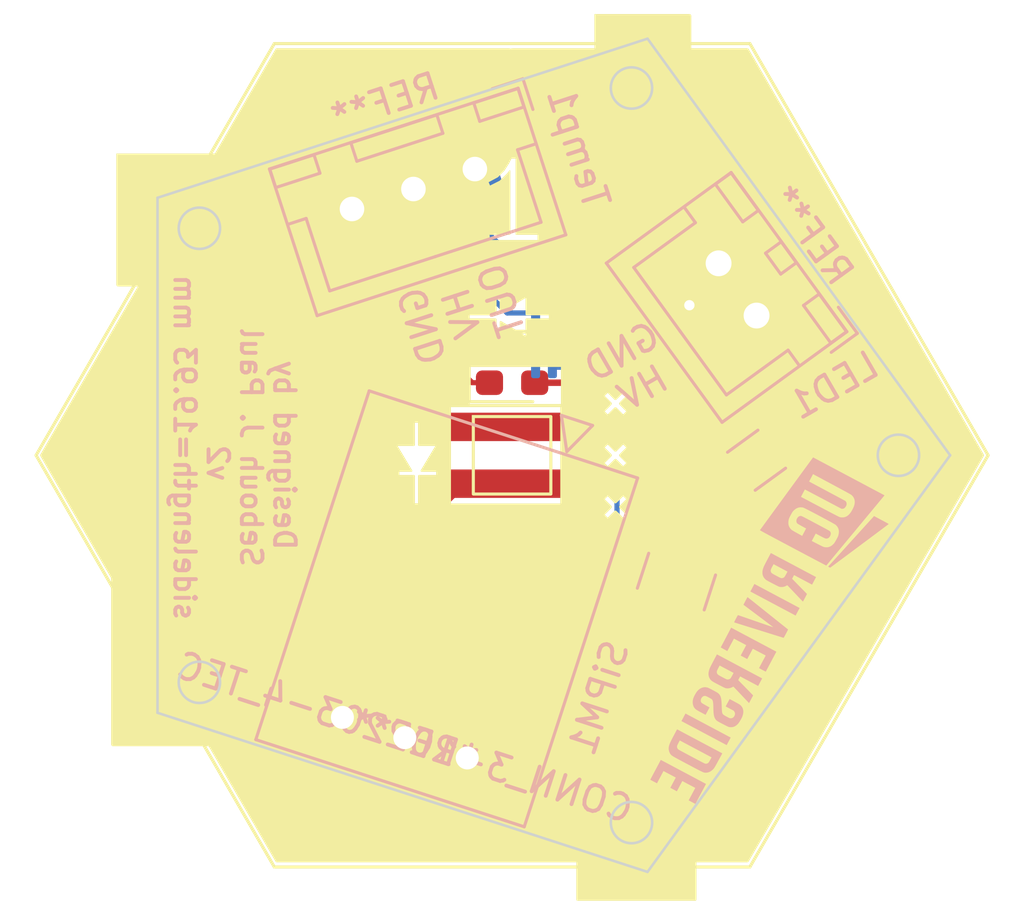
<source format=kicad_pcb>
(kicad_pcb (version 20211014) (generator pcbnew)
  (layers (0 "F.Cu" signal) (31 "B.Cu" signal) (34 "B.Paste" user) (35 "F.Paste" user) (36 "B.SilkS" user "B.Silkscreen") (37 "F.SilkS" user "F.Silkscreen") (38 "B.Mask" user) (39 "F.Mask" user) (44 "Edge.Cuts" user))
  (net 0 "")
  (footprint "Symbol:diode_direction_negative" (layer "F.Cu") (at 103.8 52.65)
    (fp_text reference "REF**" hide)
    (fp_text value "diode_direction_negative" hide)
    (fp_poly (pts (xy 1.4 0.05) (xy 1.4 -0.1) (xy 0.5 -0.1) (xy 0.5 -0.8) (xy -0.5 -0.2) (xy -0.5 -0.7) (xy -0.7 -0.7) (xy -0.7 -0.1) (xy -1.8 -0.1) (xy -1.8 0.1) (xy -0.7 0.1) (xy -0.7 0.8) (xy -0.5 0.8) (xy -0.5 0.2) (xy 0.5 0.8) (xy 0.5 0.1) (xy 2.5 0.1) (xy 2.5 1.9) (xy -1.9 1.9) (xy -1.9 -2) (xy 2.5 -2) (xy 2.5 0.075)) (layer "F.SilkS") (width 0.08) (fill solid))
  )
  (footprint "LED_SMD:LED_0603_1608Metric_Pad1.05x0.95mm_HandSolder" (layer "F.Cu") (at 103.74 55.2)
    (fp_text reference "REF**" (at 0 -1.43) (layer "F.SilkS"))
    (fp_text value "LED_0603_1608Metric_Pad1.05x0.95mm_HandSolder")
    (fp_line (start -1.66 -0.735) (end -1.66 0.735) (layer "F.SilkS") (width 0.12))
    (fp_line (start 0.8 -0.735) (end -1.66 -0.735) (layer "F.SilkS") (width 0.12))
    (fp_line (start -1.66 0.735) (end 0.8 0.735) (layer "F.SilkS") (width 0.12))
    (pad "1" smd roundrect (at -0.875 0) (size 1.05 0.95) (layers "F.Cu" "F.Paste" "F.Mask"))
    (pad "2" smd roundrect (at 0.875 0) (size 1.05 0.95) (layers "F.Cu" "F.Paste" "F.Mask"))
  )
  (footprint "SiPM:S14160-3015PS_copy" (layer "F.Cu") (at 103.74 58.01)
    (fp_text reference "REF**" hide)
    (fp_text value "S14160-3015PS")
    (fp_line (start -18.42 0) (end -9.2 -15.94) (layer "F.SilkS") (width 0.12))
    (fp_line (start 9.2 15.94) (end 18.42 0) (layer "F.SilkS") (width 0.12))
    (fp_line (start 1.925 -1.925) (end -2.425 -1.925) (layer "F.SilkS") (width 0.12))
    (fp_line (start -2.425 1.925) (end -2.425 -1.925) (layer "F.SilkS") (width 0.12))
    (fp_line (start -2.425 1.925) (end 1.925 1.925) (layer "F.SilkS") (width 0.12))
    (fp_line (start 18.42 0) (end 9.2 -15.94) (layer "F.SilkS") (width 0.12))
    (fp_line (start 1.925 -1.925) (end 1.925 1.925) (layer "F.SilkS") (width 0.12))
    (fp_line (start -9.2 -15.94) (end 9.2 -15.94) (layer "F.SilkS") (width 0.12))
    (fp_line (start -9.2 15.94) (end -18.42 0) (layer "F.SilkS") (width 0.12))
    (fp_line (start -9.2 15.94) (end 9.2 15.94) (layer "F.SilkS") (width 0.12))
    (fp_rect (start -1.5 -1.5) (end 1.5 1.5) (layer "F.SilkS") (width 0.12) (fill none))
    (fp_rect (start 4.6 -7.3) (end 1.95 -2.6) (layer "F.SilkS") (width 0.12) (fill solid))
    (fp_rect (start 4.6 0.6) (end 3.375 1.4) (layer "F.SilkS") (width 0.12) (fill solid))
    (fp_rect (start 1.1 2) (end 1.95 2.575) (layer "F.SilkS") (width 0.12) (fill solid))
    (fp_rect (start -1.7 -2) (end -2.425 -7.3) (layer "F.SilkS") (width 0.12) (fill solid))
    (fp_rect (start 3.375 2.575) (end 1.95 -2.6) (layer "F.SilkS") (width 0.12) (fill solid))
    (fp_rect (start 1.1 5.525) (end 4.6 2.575) (layer "F.SilkS") (width 0.12) (fill solid))
    (fp_rect (start -4.975 1.975) (end -1.1 5.325) (layer "F.SilkS") (width 0.12) (fill solid))
    (fp_rect (start -2.425 -8.1) (end 4.6 -7.3) (layer "F.SilkS") (width 0.12) (fill solid))
    (fp_rect (start -2.425 -1.925) (end -5 -12.1) (layer "F.SilkS") (width 0.12) (fill solid))
    (fp_rect (start 4.6 -0.625) (end 3.375 -1.4) (layer "F.SilkS") (width 0.12) (fill solid))
    (fp_poly (pts (xy -0.1 -12.1) (xy -5 -11.9) (xy -4.975 5.2) (xy 4.6 5.3) (xy 4.6 -8.1) (xy 1.9 -8.125) (xy 1.9 -12.1) (xy 0 -12.1) (xy 0 -15.7) (xy 9.1 -15.7) (xy 18.2 0) (xy 9.1 15.7) (xy -9.1 15.7) (xy -18.2 0) (xy -9.1 -15.7) (xy -0.1 -15.7)) (layer "F.SilkS") (width 0.12) (fill solid))
    (fp_poly (pts (xy 4.6 -1.4) (xy 3.7 -1.4) (xy 3.7 -1.5) (xy 4 -1.8) (xy 4.3 -1.5) (xy 4.5 -1.7) (xy 4.2 -2) (xy 4.5 -2.3) (xy 4.3 -2.5) (xy 4 -2.2) (xy 3.7 -2.5) (xy 3.5 -2.3) (xy 3.8 -2) (xy 3.5 -1.7) (xy 3.65 -1.55) (xy 3.675 -1.4) (xy 3.4 -1.4) (xy 3.4 -2.6) (xy 4.6 -2.6)) (layer "F.SilkS") (width 0.12) (fill solid))
    (fp_poly (pts (xy -3.65 -1.3) (xy -3.8 -1.3) (xy -3.8 -0.4) (xy -4.5 -0.4) (xy -3.9 0.6) (xy -4.4 0.6) (xy -4.4 0.8) (xy -3.8 0.8) (xy -3.8 1.9) (xy -3.6 1.9) (xy -3.6 0.8) (xy -2.9 0.8) (xy -2.9 0.6) (xy -3.5 0.6) (xy -2.9 -0.4) (xy -3.6 -0.4) (xy -3.6 -1.925) (xy -2.425 -1.925) (xy -2.425 2) (xy -5 2) (xy -5 -1.9) (xy -3.65 -1.9)) (layer "F.SilkS") (width 0.08) (fill solid))
    (fp_poly (pts (xy 4.6 0.6) (xy 3.7 0.6) (xy 3.7 0.5) (xy 4 0.2) (xy 4.3 0.5) (xy 4.5 0.3) (xy 4.2 0) (xy 4.5 -0.3) (xy 4.3 -0.5) (xy 4 -0.2) (xy 3.7 -0.5) (xy 3.5 -0.3) (xy 3.8 0) (xy 3.5 0.3) (xy 3.65 0.45) (xy 3.675 0.6) (xy 3.4 0.6) (xy 3.4 -0.6) (xy 4.6 -0.6)) (layer "F.SilkS") (width 0.12) (fill solid))
    (fp_poly (pts (xy 4.6 2.6) (xy 3.7 2.6) (xy 3.7 2.5) (xy 4 2.2) (xy 4.3 2.5) (xy 4.5 2.3) (xy 4.2 2) (xy 4.5 1.7) (xy 4.3 1.5) (xy 4 1.8) (xy 3.7 1.5) (xy 3.5 1.7) (xy 3.8 2) (xy 3.5 2.3) (xy 3.65 2.45) (xy 3.675 2.6) (xy 3.4 2.6) (xy 3.4 1.4) (xy 4.6 1.4)) (layer "F.SilkS") (width 0.12) (fill solid))
    (pad "1" smd rect (at -0.25 -1.1) (size 4.3 1.1) (layers "F.Cu" "F.Paste" "F.Mask"))
    (pad "2" smd rect (at -0.25 1.1) (size 4.3 1.1) (layers "F.Cu" "F.Paste" "F.Mask"))
  )
  (footprint "Sensor:LM94021QBIMG-NOPB" (layer "B.Cu") (at 105.3 53.5 180)
    (fp_text reference "REF**" hide)
    (fp_text value "LM94021QBIMG-NOPB")
    (pad "1" smd roundrect (at -0.65 -1.1 180) (size 0.35 0.85) (layers "B.Cu" "B.Paste" "B.Mask"))
    (pad "2" smd roundrect (at 0 -1.1 180) (size 0.35 0.85) (layers "B.Cu" "B.Paste" "B.Mask"))
    (pad "3" smd roundrect (at 0.65 -1.1 180) (size 0.35 0.85) (layers "B.Cu" "B.Paste" "B.Mask"))
    (pad "4" smd roundrect (at 0.65 1.1 180) (size 0.35 0.85) (layers "B.Cu" "B.Paste" "B.Mask"))
    (pad "5" smd roundrect (at -0.65 1.1 180) (size 0.35 0.85) (layers "B.Cu" "B.Paste" "B.Mask"))
  )
  (footprint "Connector_JST:JST_XH_B3B-XH-A_1x03_P2.50mm_Vertical" (layer "B.Cu") (at 102.3 46.928153 -162)
    (fp_text reference "REF**" (at 2.5 3.55 18) (layer "B.SilkS") (effects (justify mirror)))
    (fp_text value "JST_XH_B3B-XH-A_1x03_P2.50mm_Vertical")
    (fp_line (start -1.6 2.75) (end -2.85 2.75) (layer "B.SilkS") (width 0.12))
    (fp_line (start -2.55 2.45) (end -2.55 1.7) (layer "B.SilkS") (width 0.12))
    (fp_line (start 4.25 2.45) (end 0.75 2.45) (layer "B.SilkS") (width 0.12))
    (fp_line (start 4.25 1.7) (end 4.25 2.45) (layer "B.SilkS") (width 0.12))
    (fp_line (start 7.56 2.46) (end -2.56 2.46) (layer "B.SilkS") (width 0.12))
    (fp_line (start 7.55 1.7) (end 7.55 2.45) (layer "B.SilkS") (width 0.12))
    (fp_line (start 0.75 1.7) (end 4.25 1.7) (layer "B.SilkS") (width 0.12))
    (fp_line (start -1.8 -2.75) (end 2.5 -2.75) (layer "B.SilkS") (width 0.12))
    (fp_line (start 6.8 0.2) (end 6.8 -2.75) (layer "B.SilkS") (width 0.12))
    (fp_line (start 0.75 2.45) (end 0.75 1.7) (layer "B.SilkS") (width 0.12))
    (fp_line (start 5.75 1.7) (end 7.55 1.7) (layer "B.SilkS") (width 0.12))
    (fp_line (start 7.55 2.45) (end 5.75 2.45) (layer "B.SilkS") (width 0.12))
    (fp_line (start -1.8 0.2) (end -1.8 -2.75) (layer "B.SilkS") (width 0.12))
    (fp_line (start 5.75 2.45) (end 5.75 1.7) (layer "B.SilkS") (width 0.12))
    (fp_line (start 7.55 0.2) (end 6.8 0.2) (layer "B.SilkS") (width 0.12))
    (fp_line (start -2.55 1.7) (end -0.75 1.7) (layer "B.SilkS") (width 0.12))
    (fp_line (start -2.56 -3.51) (end 7.56 -3.51) (layer "B.SilkS") (width 0.12))
    (fp_line (start -2.85 2.75) (end -2.85 1.5) (layer "B.SilkS") (width 0.12))
    (fp_line (start -0.75 1.7) (end -0.75 2.45) (layer "B.SilkS") (width 0.12))
    (fp_line (start 6.8 -2.75) (end 2.5 -2.75) (layer "B.SilkS") (width 0.12))
    (fp_line (start -2.55 0.2) (end -1.8 0.2) (layer "B.SilkS") (width 0.12))
    (fp_line (start 7.56 -3.51) (end 7.56 2.46) (layer "B.SilkS") (width 0.12))
    (fp_line (start -2.56 2.46) (end -2.56 -3.51) (layer "B.SilkS") (width 0.12))
    (fp_line (start -0.75 2.45) (end -2.55 2.45) (layer "B.SilkS") (width 0.12))
    (pad "1" thru_hole roundrect (at 0 0 198) (size 1.7 1.95) (drill 0.95) (layers *.Cu *.Mask) (roundrect_rratio 0.1470588235))
    (pad "2" thru_hole oval (at 2.5 0 198) (size 1.7 1.95) (drill 0.95) (layers *.Cu *.Mask))
    (pad "3" thru_hole oval (at 5 0 198) (size 1.7 1.95) (drill 0.95) (layers *.Cu *.Mask))
  )
  (footprint "AMPMODU:3-102203-4" (layer "B.Cu") (at 102.005167 69.727811 162)
    (fp_text reference "REF**" (at 2.54 0 162) (layer "B.SilkS") (effects (justify mirror)))
    (fp_text value "CONN_3-102203-4_TEC" (at 2.54 0 162) (layer "B.SilkS") (effects (justify mirror)))
    (fp_text user "*" (at 0 0 162) (layer "B.SilkS") (effects (justify mirror)))
    (fp_line (start 0.635 13.7414) (end 0 12.4714) (layer "B.SilkS") (width 0.12))
    (fp_line (start 8.001 -1.8542) (end 8.001 12.3444) (layer "B.SilkS") (width 0.12))
    (fp_line (start 0 12.4714) (end -0.635 13.7414) (layer "B.SilkS") (width 0.12))
    (fp_line (start -2.921 -1.8542) (end 8.001 -1.8542) (layer "B.SilkS") (width 0.12))
    (fp_line (start -2.921 12.3444) (end -2.921 -1.8542) (layer "B.SilkS") (width 0.12))
    (fp_line (start 8.001 12.3444) (end -2.921 12.3444) (layer "B.SilkS") (width 0.12))
    (fp_line (start -0.635 13.7414) (end 0.635 13.7414) (layer "B.SilkS") (width 0.12))
    (pad "1" thru_hole rect locked (at 0 0 162) (size 1.397 1.397) (drill 0.889) (layers *.Cu *.Mask))
    (pad "2" thru_hole circle locked (at 2.54 0 162) (size 1.397 1.397) (drill 0.889) (layers *.Cu *.Mask))
    (pad "3" thru_hole circle locked (at 5.08 0 162) (size 1.397 1.397) (drill 0.889) (layers *.Cu *.Mask))
  )
  (footprint "Resistor_SMD:R_1206_3216Metric" (layer "B.Cu") (at 113.2 58.2 36)
    (fp_text reference "REF**" hide)
    (fp_text value "R_1206_3216Metric")
    (fp_line (start -0.727064 0.91) (end 0.727064 0.91) (layer "B.SilkS") (width 0.12))
    (fp_line (start -0.727064 -0.91) (end 0.727064 -0.91) (layer "B.SilkS") (width 0.12))
    (pad "1" smd roundrect (at -1.4625 0 36) (size 1.125 1.75) (layers "B.Cu" "B.Paste" "B.Mask") (roundrect_rratio 0.2222222222))
    (pad "2" smd roundrect (at 1.4625 0 36) (size 1.125 1.75) (layers "B.Cu" "B.Paste" "B.Mask") (roundrect_rratio 0.2222222222))
  )
  (footprint "Capacitor_SMD:C_1210_3225Metric" (layer "B.Cu") (at 110.1 62.9 72)
    (fp_text reference "REF**" hide)
    (fp_text value "C_1210_3225Metric")
    (fp_line (start -0.711252 -1.36) (end 0.711252 -1.36) (layer "B.SilkS") (width 0.12))
    (fp_line (start -0.711252 1.36) (end 0.711252 1.36) (layer "B.SilkS") (width 0.12))
    (pad "1" smd roundrect (at -1.475 0 72) (size 1.15 2.7) (layers "B.Cu" "B.Paste" "B.Mask") (roundrect_rratio 0.2173913043))
    (pad "2" smd roundrect (at 1.475 0 72) (size 1.15 2.7) (layers "B.Cu" "B.Paste" "B.Mask") (roundrect_rratio 0.2173913043))
  )
  (footprint "Connector_JST:JST_XH_B2B-XH-A_1x02_P2.50mm_Vertical" (layer "B.Cu") (at 113.2 52.6 126)
    (fp_text reference "REF**" (at 1.25 3.55 126) (layer "B.SilkS") (effects (justify mirror)))
    (fp_text value "JST_XH_B2B-XH-A_1x02_P2.50mm_Vertical")
    (fp_line (start -0.75 1.7) (end -0.75 2.45) (layer "B.SilkS") (width 0.12))
    (fp_line (start 4.3 0.2) (end 4.3 -2.75) (layer "B.SilkS") (width 0.12))
    (fp_line (start -2.55 0.2) (end -1.8 0.2) (layer "B.SilkS") (width 0.12))
    (fp_line (start 5.06 -3.51) (end 5.06 2.46) (layer "B.SilkS") (width 0.12))
    (fp_line (start 0.75 1.7) (end 1.75 1.7) (layer "B.SilkS") (width 0.12))
    (fp_line (start -2.55 1.7) (end -0.75 1.7) (layer "B.SilkS") (width 0.12))
    (fp_line (start -1.8 0.2) (end -1.8 -2.75) (layer "B.SilkS") (width 0.12))
    (fp_line (start 5.05 1.7) (end 5.05 2.45) (layer "B.SilkS") (width 0.12))
    (fp_line (start -2.85 2.75) (end -2.85 1.5) (layer "B.SilkS") (width 0.12))
    (fp_line (start -1.8 -2.75) (end 1.25 -2.75) (layer "B.SilkS") (width 0.12))
    (fp_line (start 0.75 2.45) (end 0.75 1.7) (layer "B.SilkS") (width 0.12))
    (fp_line (start 5.05 2.45) (end 3.25 2.45) (layer "B.SilkS") (width 0.12))
    (fp_line (start -2.55 2.45) (end -2.55 1.7) (layer "B.SilkS") (width 0.12))
    (fp_line (start -0.75 2.45) (end -2.55 2.45) (layer "B.SilkS") (width 0.12))
    (fp_line (start -1.6 2.75) (end -2.85 2.75) (layer "B.SilkS") (width 0.12))
    (fp_line (start 3.25 2.45) (end 3.25 1.7) (layer "B.SilkS") (width 0.12))
    (fp_line (start 3.25 1.7) (end 5.05 1.7) (layer "B.SilkS") (width 0.12))
    (fp_line (start -2.56 2.46) (end -2.56 -3.51) (layer "B.SilkS") (width 0.12))
    (fp_line (start 1.75 1.7) (end 1.75 2.45) (layer "B.SilkS") (width 0.12))
    (fp_line (start 1.75 2.45) (end 0.75 2.45) (layer "B.SilkS") (width 0.12))
    (fp_line (start 5.06 2.46) (end -2.56 2.46) (layer "B.SilkS") (width 0.12))
    (fp_line (start 5.05 0.2) (end 4.3 0.2) (layer "B.SilkS") (width 0.12))
    (fp_line (start -2.56 -3.51) (end 5.06 -3.51) (layer "B.SilkS") (width 0.12))
    (fp_line (start 4.3 -2.75) (end 1.25 -2.75) (layer "B.SilkS") (width 0.12))
    (pad "1" thru_hole roundrect (at 0 0 126) (size 1.7 2) (drill 1) (layers *.Cu *.Mask) (roundrect_rratio 0.1470588235))
    (pad "2" thru_hole oval (at 2.5 0 126) (size 1.7 2) (drill 1) (layers *.Cu *.Mask))
  )
  (footprint "Symbol:UCR_logo_1.4cm" (layer "B.Cu") (at 113.562563 65.040155 -118)
    (fp_text reference "G***" hide)
    (fp_text value "LOGO" hide)
    (fp_poly (pts (xy -0.021082 1.355625) (xy 0.020969 1.354912) (xy 0.050873 1.353636) (xy 0.069922 1.351723) (xy 0.079407 1.3491) (xy 0.081056 1.346966) (xy 0.079714 1.338779) (xy 0.075793 1.316956) (xy 0.069452 1.282341) (xy 0.060848 1.235779) (xy 0.05014 1.178115) (xy 0.037484 1.110193) (xy 0.023038 1.032859) (xy 0.006962 0.946956) (xy -0.010588 0.853329) (xy -0.029454 0.752824) (xy -0.049477 0.646285) (xy -0.0705 0.534556) (xy -0.092366 0.418483) (xy -0.103163 0.361214) (xy -0.125369 0.243419) (xy -0.14681 0.129607) (xy -0.167328 0.020619) (xy -0.186766 -0.082703) (xy -0.204965 -0.179521) (xy -0.221769 -0.268992) (xy -0.237018 -0.350276) (xy -0.250557 -0.422533) (xy -0.262226 -0.484921) (xy -0.271868 -0.5366) (xy -0.279326 -0.57673) (xy -0.284443 -0.604469) (xy -0.287059 -0.618977) (xy -0.287381 -0.620999) (xy -0.29442 -0.622459) (xy -0.314224 -0.623767) (xy -0.344819 -0.624866) (xy -0.384233 -0.625698) (xy -0.430491 -0.626206) (xy -0.471599 -0.626341) (xy -0.521953 -0.626137) (xy -0.56706 -0.62556) (xy -0.604946 -0.62467) (xy -0.633638 -0.623524) (xy -0.651163 -0.622178) (xy -0.655817 -0.620982) (xy -0.657158 -0.613226) (xy -0.661075 -0.591829) (xy -0.66741 -0.557631) (xy -0.676007 -0.511474) (xy -0.686707 -0.454198) (xy -0.699353 -0.386643) (xy -0.713787 -0.309651) (xy -0.729851 -0.224063) (xy -0.747388 -0.130717) (xy -0.76624 -0.030457) (xy -0.78625 0.075879) (xy -0.807259 0.187449) (xy -0.82911 0.303413) (xy -0.840035 0.361361) (xy -0.862249 0.479235) (xy -0.883697 0.593171) (xy -0.904221 0.702325) (xy -0.923664 0.805853) (xy -0.941867 0.90291) (xy -0.958673 0.992651) (xy -0.973925 1.074231) (xy -0.987463 1.146805) (xy -0.999131 1.20953) (xy -1.00877 1.26156) (xy -1.016222 1.302051) (xy -1.021331 1.330158) (xy -1.023937 1.345036) (xy -1.024253 1.347234) (xy -1.020576 1.350219) (xy -1.008668 1.352394) (xy -0.987209 1.353814) (xy -0.954884 1.354534) (xy -0.910375 1.354607) (xy -0.856849 1.354142) (xy -0.689445 1.352162) (xy -0.578291 0.639462) (xy -0.562569 0.538852) (xy -0.54744 0.442402) (xy -0.533061 0.351103) (xy -0.519592 0.265947) (xy -0.507191 0.187927) (xy -0.496018 0.118034) (xy -0.48623 0.05726) (xy -0.477988 0.006597) (xy -0.471449 -0.032962) (xy -0.466772 -0.060427) (xy -0.464117 -0.074804) (xy -0.463603 -0.07677) (xy -0.461995 -0.070163) (xy -0.458301 -0.049977) (xy -0.45268 -0.0172) (xy -0.44529 0.027183) (xy -0.436292 0.082183) (xy -0.425843 0.146815) (xy -0.414104 0.220092) (xy -0.401234 0.301027) (xy -0.387391 0.388633) (xy -0.372735 0.481923) (xy -0.357426 0.579911) (xy -0.351 0.621191) (xy -0.335418 0.72133) (xy -0.320421 0.817536) (xy -0.306172 0.908785) (xy -0.292832 0.994053) (xy -0.280562 1.072314) (xy -0.269523 1.142544) (xy -0.259876 1.203717) (xy -0.251782 1.25481) (xy -0.245403 1.294797) (xy -0.2409 1.322654) (xy -0.238433 1.337356) (xy -0.238067 1.339266) (xy -0.236476 1.344733) (xy -0.23334 1.348842) (xy -0.226776 1.351788) (xy -0.214898 1.353765) (xy -0.195822 1.354966) (xy -0.167661 1.355584) (xy -0.128533 1.355813) (xy -0.076573 1.355846)) (layer "B.SilkS") (width 0) (fill solid))
    (fp_poly (pts (xy -3.531431 -0.856149) (xy -3.529851 -0.872059) (xy -3.52962 -0.890684) (xy -3.531192 -0.918885) (xy -3.535574 -0.936614) (xy -3.538831 -0.940819) (xy -3.54683 -0.944834) (xy -3.567304 -0.954723) (xy -3.599463 -0.970114) (xy -3.642519 -0.990634) (xy -3.695682 -1.015912) (xy -3.758163 -1.045573) (xy -3.829174 -1.079247) (xy -3.907926 -1.11656) (xy -3.993629 -1.15714) (xy -4.085495 -1.200615) (xy -4.182735 -1.246612) (xy -4.284559 -1.294758) (xy -4.390179 -1.344682) (xy -4.498806 -1.396011) (xy -4.60965 -1.448371) (xy -4.721923 -1.501392) (xy -4.834836 -1.5547) (xy -4.9476 -1.607924) (xy -5.059425 -1.660689) (xy -5.169524 -1.712625) (xy -5.277106 -1.763358) (xy -5.381383 -1.812517) (xy -5.481566 -1.859728) (xy -5.576866 -1.904619) (xy -5.666494 -1.946818) (xy -5.749661 -1.985953) (xy -5.825578 -2.02165) (xy -5.893455 -2.053537) (xy -5.952505 -2.081243) (xy -6.001938 -2.104394) (xy -6.040965 -2.122618) (xy -6.068798 -2.135543) (xy -6.084646 -2.142796) (xy -6.088185 -2.144299) (xy -6.089384 -2.137179) (xy -6.090499 -2.11681) (xy -6.091503 -2.084683) (xy -6.092369 -2.042286) (xy -6.09307 -1.991109) (xy -6.093581 -1.932642) (xy -6.093875 -1.868372) (xy -6.093937 -1.820971) (xy -6.093937 -1.497643) (xy -6.044198 -1.485237) (xy -6.025771 -1.48061) (xy -5.994623 -1.472752) (xy -5.951643 -1.461887) (xy -5.897717 -1.44824) (xy -5.833732 -1.432037) (xy -5.760574 -1.413503) (xy -5.679131 -1.392863) (xy -5.590289 -1.370341) (xy -5.494935 -1.346163) (xy -5.393955 -1.320554) (xy -5.288237 -1.29374) (xy -5.178668 -1.265944) (xy -5.066133 -1.237393) (xy -4.951521 -1.20831) (xy -4.835717 -1.178923) (xy -4.719609 -1.149454) (xy -4.604082 -1.12013) (xy -4.490025 -1.091176) (xy -4.378324 -1.062816) (xy -4.269866 -1.035276) (xy -4.165537 -1.008781) (xy -4.066224 -0.983556) (xy -3.972814 -0.959826) (xy -3.886194 -0.937815) (xy -3.807251 -0.91775) (xy -3.736871 -0.899855) (xy -3.675941 -0.884355) (xy -3.625348 -0.871475) (xy -3.585979 -0.861441) (xy -3.55872 -0.854477) (xy -3.544459 -0.850809) (xy -3.542516 -0.850293) (xy -3.535335 -0.849886)) (layer "B.SilkS") (width 0) (fill solid))
    (fp_poly (pts (xy 4.413867 -0.626341) (xy 4.082274 -0.626341) (xy 4.082274 1.355846) (xy 4.413867 1.355846)) (layer "B.SilkS") (width 0) (fill solid))
    (fp_poly (pts (xy 1.762967 1.355786) (xy 1.828408 1.35557) (xy 1.89197 1.354984) (xy 1.951474 1.354075) (xy 2.004739 1.352891) (xy 2.049587 1.351479) (xy 2.083835 1.349888) (xy 2.103771 1.348343) (xy 2.192516 1.333145) (xy 2.270184 1.308577) (xy 2.336655 1.274708) (xy 2.391805 1.231606) (xy 2.435511 1.179342) (xy 2.451938 1.151872) (xy 2.46334 1.129604) (xy 2.472734 1.108466) (xy 2.480295 1.086803) (xy 2.486199 1.062957) (xy 2.490622 1.035271) (xy 2.49374 1.002088) (xy 2.495728 0.96175) (xy 2.496762 0.9126) (xy 2.497018 0.852982) (xy 2.496673 0.781237) (xy 2.496271 0.733973) (xy 2.495583 0.663071) (xy 2.494901 0.605258) (xy 2.494124 0.558887) (xy 2.493149 0.522311) (xy 2.491875 0.493883) (xy 2.490199 0.471954) (xy 2.48802 0.454878) (xy 2.485237 0.441006) (xy 2.481747 0.428693) (xy 2.477449 0.416289) (xy 2.476479 0.41364) (xy 2.448246 0.356096) (xy 2.408613 0.302754) (xy 2.360918 0.257836) (xy 2.343255 0.245098) (xy 2.32034 0.22929) (xy 2.302826 0.216208) (xy 2.293861 0.208232) (xy 2.293351 0.207406) (xy 2.295285 0.199573) (xy 2.301557 0.179021) (xy 2.311762 0.146987) (xy 2.325494 0.104705) (xy 2.342348 0.053411) (xy 2.361917 -0.005662) (xy 2.383796 -0.071277) (xy 2.40758 -0.142199) (xy 2.431224 -0.212346) (xy 2.571105 -0.626341) (xy 2.233942 -0.626341) (xy 2.207932 -0.547128) (xy 2.199645 -0.521662) (xy 2.1876 -0.484327) (xy 2.172493 -0.437299) (xy 2.155021 -0.382756) (xy 2.135883 -0.322874) (xy 2.115776 -0.259833) (xy 2.096399 -0.198955) (xy 2.076599 -0.136715) (xy 2.057622 -0.077105) (xy 2.040069 -0.022011) (xy 2.02454 0.02668) (xy 2.011638 0.067082) (xy 2.001964 0.097309) (xy 1.996119 0.115475) (xy 1.99593 0.116058) (xy 1.980985 0.162112) (xy 1.820075 0.162112) (xy 1.820075 -0.626341) (xy 1.488482 -0.626341) (xy 1.488482 1.061097) (xy 1.820075 1.061097) (xy 1.820075 0.449493) (xy 1.928764 0.449534) (xy 1.969822 0.450071) (xy 2.007888 0.451518) (xy 2.039438 0.453673) (xy 2.06095 0.456337) (xy 2.065287 0.457304) (xy 2.101244 0.474393) (xy 2.132247 0.502663) (xy 2.154593 0.538611) (xy 2.156716 0.543787) (xy 2.161034 0.556664) (xy 2.164328 0.571431) (xy 2.166732 0.590185) (xy 2.168377 0.615018) (xy 2.169396 0.648028) (xy 2.169922 0.691308) (xy 2.170088 0.746954) (xy 2.17009 0.755295) (xy 2.169797 0.819834) (xy 2.168676 0.871538) (xy 2.166359 0.9123) (xy 2.16248 0.944014) (xy 2.156674 0.968574) (xy 2.148574 0.987876) (xy 2.137814 1.003812) (xy 2.124027 1.018277) (xy 2.118232 1.023508) (xy 2.100707 1.036937) (xy 2.081448 1.046829) (xy 2.057925 1.053685) (xy 2.027612 1.058005) (xy 1.987979 1.060292) (xy 1.936499 1.061044) (xy 1.928764 1.061056) (xy 1.820075 1.061097) (xy 1.488482 1.061097) (xy 1.488482 1.355846)) (layer "B.SilkS") (width 0) (fill solid))
    (fp_poly (pts (xy -3.538697 2.142681) (xy -3.537559 2.137445) (xy -3.536517 2.12802) (xy -3.535567 2.113836) (xy -3.534705 2.094321) (xy -3.533928 2.068904) (xy -3.533231 2.037015) (xy -3.53261 1.998082) (xy -3.532061 1.951534) (xy -3.53158 1.8968) (xy -3.531163 1.83331) (xy -3.530806 1.760492) (xy -3.530505 1.677776) (xy -3.530256 1.58459) (xy -3.530055 1.480363) (xy -3.529897 1.364524) (xy -3.529779 1.236502) (xy -3.529697 1.095727) (xy -3.529646 0.941627) (xy -3.529623 0.773632) (xy -3.52962 0.688976) (xy -3.529642 0.543671) (xy -3.529707 0.402343) (xy -3.529811 0.265694) (xy -3.529954 0.134426) (xy -3.530133 0.009241) (xy -3.530345 -0.109159) (xy -3.53059 -0.220073) (xy -3.530864 -0.322797) (xy -3.531166 -0.416631) (xy -3.531493 -0.500872) (xy -3.531843 -0.574818) (xy -3.532215 -0.637767) (xy -3.532606 -0.689017) (xy -3.533013 -0.727867) (xy -3.533436 -0.753613) (xy -3.533871 -0.765555) (xy -3.534017 -0.766347) (xy -3.541538 -0.767815) (xy -3.562854 -0.772133) (xy -3.597325 -0.779167) (xy -3.644313 -0.788788) (xy -3.703179 -0.800863) (xy -3.773284 -0.815261) (xy -3.85399 -0.831851) (xy -3.944657 -0.850501) (xy -4.044648 -0.871079) (xy -4.153323 -0.893455) (xy -4.270043 -0.917496) (xy -4.394171 -0.943071) (xy -4.525066 -0.970049) (xy -4.662092 -0.998299) (xy -4.804607 -1.027688) (xy -4.951975 -1.058085) (xy -5.103556 -1.089359) (xy -5.201191 -1.109508) (xy -5.35598 -1.141452) (xy -5.507428 -1.172707) (xy -5.654866 -1.203135) (xy -5.797624 -1.232596) (xy -5.935032 -1.260952) (xy -6.066419 -1.288066) (xy -6.191118 -1.313799) (xy -6.308456 -1.338013) (xy -6.417765 -1.36057) (xy -6.518375 -1.381331) (xy -6.609616 -1.400159) (xy -6.690818 -1.416914) (xy -6.761312 -1.431459) (xy -6.820427 -1.443656) (xy -6.867493 -1.453367) (xy -6.901842 -1.460452) (xy -6.922802 -1.464775) (xy -6.928445 -1.465937) (xy -6.992922 -1.479207) (xy -6.992922 1.348477) (xy -6.418863 1.348477) (xy -6.416092 0.517653) (xy -6.415601 0.381444) (xy -6.415078 0.259302) (xy -6.414513 0.150557) (xy -6.413899 0.054541) (xy -6.413224 -0.029417) (xy -6.41248 -0.101986) (xy -6.411658 -0.163837) (xy -6.410747 -0.215639) (xy -6.40974 -0.258062) (xy -6.408626 -0.291776) (xy -6.407395 -0.31745) (xy -6.40604 -0.335755) (xy -6.40455 -0.34736) (xy -6.403982 -0.350014) (xy -6.379244 -0.42144) (xy -6.343768 -0.482804) (xy -6.297515 -0.534143) (xy -6.240446 -0.575493) (xy -6.172519 -0.60689) (xy -6.102241 -0.626632) (xy -6.051589 -0.634448) (xy -5.991244 -0.639233) (xy -5.925937 -0.640978) (xy -5.860397 -0.639676) (xy -5.799356 -0.635322) (xy -5.747544 -0.627906) (xy -5.743923 -0.627177) (xy -5.666571 -0.605925) (xy -5.600881 -0.576181) (xy -5.545975 -0.537195) (xy -5.500975 -0.488217) (xy -5.465004 -0.4285) (xy -5.440771 -0.368436) (xy -5.438688 -0.361562) (xy -5.436825 -0.353593) (xy -5.435167 -0.343694) (xy -5.433701 -0.331029) (xy -5.43241 -0.314764) (xy -5.43128 -0.294064) (xy -5.430296 -0.268093) (xy -5.429443 -0.236016) (xy -5.428707 -0.196999) (xy -5.428072 -0.150205) (xy -5.427523 -0.0948) (xy -5.427046 -0.029949) (xy -5.426625 0.045183) (xy -5.426246 0.131432) (xy -5.425894 0.229632) (xy -5.425554 0.340619) (xy -5.425434 0.384282) (xy -5.107775 0.384282) (xy -5.107727 0.293023) (xy -5.107481 0.20278) (xy -5.107035 0.114868) (xy -5.106391 0.030598) (xy -5.105549 -0.048717) (xy -5.104507 -0.121763) (xy -5.103265 -0.187229) (xy -5.101824 -0.2438) (xy -5.100184 -0.290166) (xy -5.098343 -0.325012) (xy -5.096303 -0.347026) (xy -5.095434 -0.351932) (xy -5.072507 -0.421158) (xy -5.038515 -0.480962) (xy -4.993308 -0.531468) (xy -4.936739 -0.572802) (xy -4.86866 -0.605087) (xy -4.788923 -0.62845) (xy -4.761444 -0.633967) (xy -4.742911 -0.635857) (xy -4.712776 -0.637243) (xy -4.674171 -0.638056) (xy -4.630226 -0.638225) (xy -4.590717 -0.637804) (xy -4.538235 -0.636605) (xy -4.497525 -0.634906) (xy -4.465621 -0.632424) (xy -4.439558 -0.628876) (xy -4.416371 -0.62398) (xy -4.400393 -0.619635) (xy -4.32618 -0.592578) (xy -4.26416 -0.557914) (xy -4.213414 -0.514766) (xy -4.173025 -0.462256) (xy -4.142074 -0.399509) (xy -4.128678 -0.360102) (xy -4.125291 -0.345849) (xy -4.122484 -0.32714) (xy -4.120173 -0.302401) (xy -4.118279 -0.270057) (xy -4.116719 -0.228534) (xy -4.11541 -0.176257) (xy -4.114273 -0.111652) (xy -4.11371 -0.071845) (xy -4.110418 0.17685) (xy -4.435974 0.17685) (xy -4.435974 -0.014374) (xy -4.436304 -0.074127) (xy -4.437247 -0.128325) (xy -4.438728 -0.174901) (xy -4.440674 -0.211784) (xy -4.443012 -0.236905) (xy -4.444137 -0.243663) (xy -4.459971 -0.28548) (xy -4.486816 -0.318783) (xy -4.523177 -0.342851) (xy -4.567556 -0.356964) (xy -4.618459 -0.360404) (xy -4.671625 -0.353101) (xy -4.712982 -0.33684) (xy -4.746478 -0.309971) (xy -4.768207 -0.277182) (xy -4.770669 -0.271202) (xy -4.77282 -0.26417) (xy -4.774681 -0.255108) (xy -4.776271 -0.243035) (xy -4.777613 -0.226971) (xy -4.778727 -0.205937) (xy -4.779635 -0.178951) (xy -4.780357 -0.145034) (xy -4.780914 -0.103207) (xy -4.781328 -0.052488) (xy -4.781619 0.008102) (xy -4.781809 0.079542) (xy -4.781919 0.162814) (xy -4.781969 0.258897) (xy -4.78198 0.364752) (xy -4.781968 0.474136) (xy -4.781916 0.569762) (xy -4.781804 0.65261) (xy -4.781611 0.723662) (xy -4.781316 0.783895) (xy -4.780897 0.834292) (xy -4.780335 0.875831) (xy -4.779607 0.909493) (xy -4.778692 0.936258) (xy -4.777571 0.957105) (xy -4.776221 0.973016) (xy -4.774621 0.984969) (xy -4.772751 0.993945) (xy -4.77059 1.000924) (xy -4.768207 1.006687) (xy -4.744618 1.041478) (xy -4.710532 1.067731) (xy -4.671625 1.082605) (xy -4.616879 1.089711) (xy -4.566165 1.085642) (xy -4.521383 1.07112) (xy -4.484435 1.046864) (xy -4.457219 1.013595) (xy -4.449707 0.998463) (xy -4.446239 0.983398) (xy -4.443329 0.95576) (xy -4.440947 0.915018) (xy -4.439063 0.860643) (xy -4.437646 0.792104) (xy -4.437561 0.786612) (xy -4.434691 0.596867) (xy -4.110309 0.596867) (xy -4.113605 0.819771) (xy -4.114752 0.887479) (xy -4.116054 0.942222) (xy -4.117614 0.985772) (xy -4.119536 1.019901) (xy -4.121925 1.046382) (xy -4.124886 1.066987) (xy -4.128522 1.083488) (xy -4.129292 1.086287) (xy -4.155066 1.15451) (xy -4.191121 1.21302) (xy -4.237993 1.262322) (xy -4.296221 1.302915) (xy -4.366341 1.335304) (xy -4.411663 1.350236) (xy -4.433594 1.356156) (xy -4.454439 1.360499) (xy -4.477063 1.363502) (xy -4.504333 1.365402) (xy -4.539115 1.366437) (xy -4.584274 1.366843) (xy -4.612823 1.366885) (xy -4.664384 1.366717) (xy -4.704092 1.366053) (xy -4.734829 1.364649) (xy -4.759478 1.362265) (xy -4.78092 1.358659) (xy -4.802038 1.353588) (xy -4.815204 1.349901) (xy -4.891927 1.321771) (xy -4.956725 1.285111) (xy -5.009883 1.239647) (xy -5.051682 1.185108) (xy -5.082405 1.12122) (xy -5.09525 1.079813) (xy -5.097375 1.064008) (xy -5.099302 1.03478) (xy -5.101033 0.993441) (xy -5.102567 0.941305) (xy -5.103904 0.879683) (xy -5.105043 0.809889) (xy -5.105985 0.733236) (xy -5.10673 0.651036) (xy -5.107276 0.564602) (xy -5.107625 0.475246) (xy -5.107775 0.384282) (xy -5.425434 0.384282) (xy -5.425211 0.465227) (xy -5.425093 0.510285) (xy -5.422906 1.348477) (xy -5.74729 1.348477) (xy -5.749291 0.547128) (xy -5.751291 -0.254221) (xy -5.767704 -0.284917) (xy -5.79087 -0.317257) (xy -5.821511 -0.33945) (xy -5.862339 -0.353335) (xy -5.871319 -0.355157) (xy -5.927538 -0.36036) (xy -5.977461 -0.354375) (xy -6.019738 -0.337682) (xy -6.05302 -0.310763) (xy -6.071398 -0.283898) (xy -6.090253 -0.247257) (xy -6.094377 1.348477) (xy -6.418863 1.348477) (xy -6.992922 1.348477) (xy -6.992922 1.649424) (xy -6.972658 1.653598) (xy -6.963232 1.655086) (xy -6.940067 1.658531) (xy -6.903945 1.66382) (xy -6.855646 1.670841) (xy -6.795951 1.679485) (xy -6.725641 1.689637) (xy -6.645496 1.701188) (xy -6.556298 1.714025) (xy -6.458827 1.728037) (xy -6.353863 1.743113) (xy -6.242188 1.75914) (xy -6.124583 1.776007) (xy -6.001827 1.793602) (xy -5.874703 1.811814) (xy -5.743991 1.830531) (xy -5.610471 1.849642) (xy -5.474924 1.869035) (xy -5.338131 1.888598) (xy -5.200873 1.90822) (xy -5.063931 1.927789) (xy -4.928086 1.947193) (xy -4.794117 1.966322) (xy -4.662807 1.985062) (xy -4.534935 2.003304) (xy -4.411283 2.020934) (xy -4.292631 2.037842) (xy -4.179761 2.053916) (xy -4.073452 2.069043) (xy -3.974486 2.083114) (xy -3.883643 2.096015) (xy -3.801705 2.107636) (xy -3.729451 2.117865) (xy -3.667664 2.12659) (xy -3.617123 2.133699) (xy -3.578609 2.139081) (xy -3.552904 2.142625) (xy -3.540787 2.144218) (xy -3.539936 2.1443)) (layer "B.SilkS") (width 0) (fill solid))
    (fp_poly (pts (xy -2.680375 1.355786) (xy -2.614934 1.35557) (xy -2.551372 1.354984) (xy -2.491868 1.354075) (xy -2.438603 1.352891) (xy -2.393755 1.351479) (xy -2.359507 1.349888) (xy -2.339571 1.348343) (xy -2.250779 1.333072) (xy -2.173023 1.308298) (xy -2.106406 1.274097) (xy -2.051028 1.230547) (xy -2.006991 1.177725) (xy -1.974396 1.115707) (xy -1.956066 1.057137) (xy -1.952945 1.041559) (xy -1.950469 1.023557) (xy -1.948591 1.001493) (xy -1.947263 0.973725) (xy -1.94644 0.938614) (xy -1.946075 0.894519) (xy -1.946122 0.839802) (xy -1.946532 0.77282) (xy -1.946865 0.733672) (xy -1.947531 0.662902) (xy -1.948187 0.605236) (xy -1.948937 0.559045) (xy -1.949882 0.522696) (xy -1.951125 0.494558) (xy -1.952768 0.472999) (xy -1.954915 0.456387) (xy -1.957667 0.443091) (xy -1.961128 0.43148) (xy -1.965399 0.419921) (xy -1.966809 0.416333) (xy -1.997879 0.35226) (xy -2.03684 0.299215) (xy -2.08582 0.254665) (xy -2.124036 0.229064) (xy -2.140874 0.21767) (xy -2.150663 0.208541) (xy -2.151669 0.206279) (xy -2.149374 0.198347) (xy -2.142767 0.177711) (xy -2.132266 0.145623) (xy -2.118287 0.103339) (xy -2.101247 0.052111) (xy -2.081563 -0.006807) (xy -2.059651 -0.072161) (xy -2.035928 -0.142697) (xy -2.015347 -0.203732) (xy -1.990428 -0.277707) (xy -1.966978 -0.347629) (xy -1.945418 -0.412231) (xy -1.926163 -0.470246) (xy -1.909632 -0.520406) (xy -1.896243 -0.561446) (xy -1.886414 -0.592096) (xy -1.880563 -0.611092) (xy -1.879026 -0.617074) (xy -1.881833 -0.620231) (xy -1.891269 -0.622551) (xy -1.908854 -0.624105) (xy -1.936107 -0.624962) (xy -1.974549 -0.62519) (xy -2.025699 -0.624858) (xy -2.045621 -0.624638) (xy -2.212216 -0.622657) (xy -2.311031 -0.31317) (xy -2.332817 -0.244908) (xy -2.354175 -0.177932) (xy -2.374478 -0.114209) (xy -2.393101 -0.055706) (xy -2.409418 -0.004391) (xy -2.422803 0.037768) (xy -2.432629 0.068806) (xy -2.43591 0.079214) (xy -2.461974 0.162112) (xy -2.623267 0.162112) (xy -2.623267 -0.626341) (xy -2.95486 -0.626341) (xy -2.95486 1.061097) (xy -2.623267 1.061097) (xy -2.623267 0.449493) (xy -2.514578 0.449534) (xy -2.473568 0.450062) (xy -2.435596 0.451486) (xy -2.40417 0.453607) (xy -2.382796 0.456228) (xy -2.378486 0.457186) (xy -2.341547 0.474584) (xy -2.310219 0.503083) (xy -2.290788 0.533928) (xy -2.286616 0.544479) (xy -2.283389 0.556798) (xy -2.280991 0.572823) (xy -2.279301 0.594491) (xy -2.278203 0.623739) (xy -2.277576 0.662506) (xy -2.277304 0.712728) (xy -2.277261 0.755295) (xy -2.277443 0.81997) (xy -2.278219 0.871745) (xy -2.27993 0.912457) (xy -2.282918 0.94394) (xy -2.287525 0.968032) (xy -2.294093 0.986567) (xy -2.302963 1.001382) (xy -2.314478 1.014311) (xy -2.327698 1.026117) (xy -2.345049 1.038716) (xy -2.364492 1.047978) (xy -2.388541 1.054373) (xy -2.419709 1.058371) (xy -2.460509 1.060442) (xy -2.513453 1.061055) (xy -2.514578 1.061056) (xy -2.623267 1.061097) (xy -2.95486 1.061097) (xy -2.95486 1.355846)) (layer "B.SilkS") (width 0) (fill solid))
    (fp_poly (pts (xy 5.045735 1.355786) (xy 5.139792 1.355458) (xy 5.220651 1.354399) (xy 5.289841 1.352428) (xy 5.34889 1.349366) (xy 5.399327 1.34503) (xy 5.442681 1.339241) (xy 5.480481 1.331817) (xy 5.514256 1.322579) (xy 5.545535 1.311345) (xy 5.575846 1.297934) (xy 5.588595 1.29164) (xy 5.62735 1.266808) (xy 5.666788 1.232701) (xy 5.702348 1.193815) (xy 5.729471 1.154649) (xy 5.731812 1.150388) (xy 5.739342 1.136237) (xy 5.745982 1.123127) (xy 5.751789 1.110083) (xy 5.756818 1.096131) (xy 5.761126 1.080297) (xy 5.764768 1.061607) (xy 5.7678 1.039086) (xy 5.770278 1.011761) (xy 5.772258 0.978658) (xy 5.773795 0.938801) (xy 5.774946 0.891218) (xy 5.775766 0.834934) (xy 5.776312 0.768974) (xy 5.776639 0.692365) (xy 5.776802 0.604132) (xy 5.776858 0.503301) (xy 5.776864 0.388899) (xy 5.776863 0.364752) (xy 5.776863 0.247585) (xy 5.776824 0.144179) (xy 5.776688 0.053559) (xy 5.7764 -0.025251) (xy 5.775902 -0.093226) (xy 5.775138 -0.151342) (xy 5.77405 -0.200575) (xy 5.77258 -0.241901) (xy 5.770674 -0.276295) (xy 5.768272 -0.304733) (xy 5.765319 -0.32819) (xy 5.761757 -0.347643) (xy 5.75753 -0.364068) (xy 5.75258 -0.378438) (xy 5.746851 -0.391732) (xy 5.740285 -0.404924) (xy 5.732825 -0.41899) (xy 5.730887 -0.42262) (xy 5.692708 -0.478734) (xy 5.642644 -0.526392) (xy 5.581057 -0.565338) (xy 5.508309 -0.595314) (xy 5.474134 -0.605266) (xy 5.458313 -0.609172) (xy 5.442686 -0.612416) (xy 5.425687 -0.615077) (xy 5.405749 -0.617233) (xy 5.381306 -0.618964) (xy 5.350792 -0.620348) (xy 5.312639 -0.621464) (xy 5.265282 -0.622391) (xy 5.207155 -0.623208) (xy 5.13669 -0.623994) (xy 5.093632 -0.624426) (xy 4.774934 -0.627558) (xy 4.774934 1.061097) (xy 5.106527 1.061097) (xy 5.106527 -0.331592) (xy 5.211531 -0.331551) (xy 5.251931 -0.331004) (xy 5.289333 -0.329532) (xy 5.320134 -0.327345) (xy 5.34073 -0.324649) (xy 5.34394 -0.323899) (xy 5.380879 -0.306501) (xy 5.412206 -0.278002) (xy 5.431638 -0.247157) (xy 5.434115 -0.24107) (xy 5.436271 -0.233786) (xy 5.438127 -0.2243) (xy 5.439707 -0.211606) (xy 5.441032 -0.194699) (xy 5.442124 -0.172574) (xy 5.443006 -0.144225) (xy 5.443701 -0.108648) (xy 5.444229 -0.064837) (xy 5.444614 -0.011787) (xy 5.444877 0.051508) (xy 5.445042 0.126052) (xy 5.445129 0.212851) (xy 5.445162 0.312911) (xy 5.445165 0.364752) (xy 5.44515 0.471385) (xy 5.445091 0.564285) (xy 5.444966 0.644458) (xy 5.444751 0.71291) (xy 5.444426 0.770645) (xy 5.443968 0.818669) (xy 5.443355 0.857987) (xy 5.442563 0.889604) (xy 5.441572 0.914526) (xy 5.440359 0.933758) (xy 5.438902 0.948305) (xy 5.437178 0.959172) (xy 5.435166 0.967365) (xy 5.432842 0.973889) (xy 5.431638 0.976661) (xy 5.408433 1.011894) (xy 5.376107 1.039096) (xy 5.34394 1.053404) (xy 5.326552 1.056196) (xy 5.298032 1.058534) (xy 5.261984 1.06021) (xy 5.222011 1.061015) (xy 5.211531 1.061056) (xy 5.106527 1.061097) (xy 4.774934 1.061097) (xy 4.774934 1.355846)) (layer "B.SilkS") (width 0) (fill solid))
    (fp_poly (pts (xy 0.749768 1.354063) (xy 1.18268 1.352162) (xy 1.184678 1.206629) (xy 1.186676 1.061097) (xy 0.641079 1.061097) (xy 0.641079 0.52318) (xy 1.09794 0.52318) (xy 1.09794 0.236013) (xy 0.871352 0.234064) (xy 0.644763 0.232115) (xy 0.642833 -0.049739) (xy 0.640904 -0.331592) (xy 1.193733 -0.331592) (xy 1.193733 -0.626341) (xy 0.316855 -0.626341) (xy 0.316855 1.355964)) (layer "B.SilkS") (width 0) (fill solid))
    (fp_poly (pts (xy 6.985552 1.061097) (xy 6.447635 1.061097) (xy 6.447635 0.52318) (xy 6.897128 0.52318) (xy 6.897128 0.2358) (xy 6.447635 0.2358) (xy 6.447635 -0.331592) (xy 6.992921 -0.331592) (xy 6.992921 -0.626341) (xy 6.116043 -0.626341) (xy 6.116043 1.355846) (xy 6.985552 1.355846)) (layer "B.SilkS") (width 0) (fill solid))
    (fp_poly (pts (xy -1.267421 -0.626341) (xy -1.599014 -0.626341) (xy -1.599014 1.355846) (xy -1.267421 1.355846)) (layer "B.SilkS") (width 0) (fill solid))
    (fp_poly (pts (xy 3.320101 1.373283) (xy 3.379039 1.369711) (xy 3.429638 1.363005) (xy 3.441195 1.360669) (xy 3.510717 1.339623) (xy 3.575087 1.30911) (xy 3.63202 1.270684) (xy 3.679229 1.225899) (xy 3.714428 1.176308) (xy 3.715559 1.174236) (xy 3.728255 1.149289) (xy 3.738381 1.125223) (xy 3.746225 1.099972) (xy 3.752072 1.071465) (xy 3.75621 1.037636) (xy 3.758926 0.996416) (xy 3.760506 0.945736) (xy 3.761236 0.883528) (xy 3.76138 0.84372) (xy 3.761734 0.644764) (xy 3.43751 0.644764) (xy 3.433826 0.817929) (xy 3.43241 0.877523) (xy 3.430711 0.924371) (xy 3.428297 0.960462) (xy 3.42474 0.987787) (xy 3.419607 1.008336) (xy 3.41247 1.024098) (xy 3.402896 1.037063) (xy 3.390457 1.049223) (xy 3.382281 1.056252) (xy 3.347352 1.076948) (xy 3.305721 1.088156) (xy 3.261145 1.090098) (xy 3.217383 1.082997) (xy 3.178195 1.067078) (xy 3.147338 1.042564) (xy 3.147069 1.042259) (xy 3.131129 1.019608) (xy 3.119141 0.99481) (xy 3.117414 0.989453) (xy 3.114178 0.969398) (xy 3.11185 0.938181) (xy 3.110426 0.899352) (xy 3.109904 0.856458) (xy 3.110278 0.813049) (xy 3.111546 0.772671) (xy 3.113703 0.738874) (xy 3.116747 0.715206) (xy 3.117701 0.711082) (xy 3.127176 0.68798) (xy 3.143708 0.664582) (xy 3.168433 0.63998) (xy 3.202488 0.613263) (xy 3.247009 0.583521) (xy 3.303134 0.549845) (xy 3.356859 0.51962) (xy 3.434958 0.475884) (xy 3.500929 0.437189) (xy 3.556088 0.40254) (xy 3.601754 0.370942) (xy 3.639242 0.341402) (xy 3.66987 0.312924) (xy 3.694954 0.284516) (xy 3.715812 0.255181) (xy 3.723255 0.242987) (xy 3.734524 0.22256) (xy 3.743655 0.202497) (xy 3.750845 0.181037) (xy 3.756288 0.15642) (xy 3.760182 0.126885) (xy 3.762723 0.090674) (xy 3.764105 0.046025) (xy 3.764527 -0.008821) (xy 3.764183 -0.075625) (xy 3.763714 -0.120181) (xy 3.762888 -0.186162) (xy 3.762044 -0.239204) (xy 3.761059 -0.281104) (xy 3.759811 -0.31366) (xy 3.758181 -0.338669) (xy 3.756045 -0.357929) (xy 3.753282 -0.373238) (xy 3.749771 -0.386394) (xy 3.745389 -0.399193) (xy 3.744721 -0.401) (xy 3.71432 -0.465367) (xy 3.674585 -0.519115) (xy 3.624807 -0.562841) (xy 3.564279 -0.597141) (xy 3.492294 -0.622612) (xy 3.477286 -0.626497) (xy 3.437936 -0.633804) (xy 3.388134 -0.639545) (xy 3.3321 -0.643541) (xy 3.274053 -0.645616) (xy 3.218213 -0.645592) (xy 3.168801 -0.643291) (xy 3.142761 -0.640577) (xy 3.058685 -0.623494) (xy 2.985497 -0.596799) (xy 2.923348 -0.560613) (xy 2.872387 -0.515057) (xy 2.832762 -0.460256) (xy 2.804625 -0.396329) (xy 2.793639 -0.355178) (xy 2.791109 -0.33526) (xy 2.788974 -0.302203) (xy 2.787289 -0.257599) (xy 2.786103 -0.203043) (xy 2.785471 -0.140129) (xy 2.785378 -0.102799) (xy 2.785378 0.110531) (xy 3.109602 0.110531) (xy 3.109602 -0.240525) (xy 3.129866 -0.280532) (xy 3.156274 -0.317472) (xy 3.192195 -0.343354) (xy 3.237042 -0.357855) (xy 3.275399 -0.361067) (xy 3.326439 -0.355149) (xy 3.368984 -0.337609) (xy 3.402449 -0.308773) (xy 3.420931 -0.280532) (xy 3.428215 -0.265644) (xy 3.433504 -0.252316) (xy 3.437118 -0.237871) (xy 3.439375 -0.219636) (xy 3.440594 -0.194935) (xy 3.441095 -0.161094) (xy 3.441195 -0.115438) (xy 3.441195 -0.110522) (xy 3.440707 -0.0532) (xy 3.438872 -0.008236) (xy 3.435131 0.026728) (xy 3.428925 0.054051) (xy 3.419696 0.07609) (xy 3.406886 0.095204) (xy 3.389936 0.11375) (xy 3.387516 0.116128) (xy 3.371404 0.129102) (xy 3.344314 0.147774) (xy 3.308252 0.170871) (xy 3.265227 0.197122) (xy 3.217246 0.225254) (xy 3.198027 0.236232) (xy 3.119435 0.281424) (xy 3.052907 0.321211) (xy 2.997214 0.356559) (xy 2.95113 0.388433) (xy 2.913426 0.417796) (xy 2.882877 0.445614) (xy 2.858254 0.472852) (xy 2.838331 0.500475) (xy 2.82188 0.529446) (xy 2.819854 0.533523) (xy 2.810258 0.554293) (xy 2.802632 0.574422) (xy 2.79675 0.595913) (xy 2.792389 0.620775) (xy 2.789325 0.65101) (xy 2.787333 0.688626) (xy 2.786189 0.735628) (xy 2.785669 0.79402) (xy 2.785558 0.840329) (xy 2.785687 0.906117) (xy 2.786259 0.959007) (xy 2.787356 1.000836) (xy 2.789061 1.033439) (xy 2.791456 1.058651) (xy 2.794624 1.078309) (xy 2.796665 1.087182) (xy 2.82134 1.155894) (xy 2.857682 1.215654) (xy 2.905562 1.266345) (xy 2.964851 1.307847) (xy 3.035419 1.340044) (xy 3.092107 1.357141) (xy 3.138827 1.365649) (xy 3.195437 1.371205) (xy 3.257381 1.373765)) (layer "B.SilkS") (width 0) (fill solid))
  )
  (gr_rect (start 110.8 75.2) (end 106.3 70.7) (layer "F.SilkS") (width 0.15) (fill solid))
  (gr_rect (start 105.5 63.4) (end 102.1 60) (layer "F.SilkS") (width 0.15) (fill solid))
  (gr_rect (start 93.5 51.4) (end 88.5 46.4) (layer "F.SilkS") (width 0.15) (fill solid))
  (gr_rect (start 95 69.2) (end 88.3 62.5) (layer "F.SilkS") (width 0.15) (fill solid))
  (gr_poly (pts (xy 105.65 49.75) (xy 105.9 50) (xy 101.3 50) (xy 101.3 49.5) (xy 102.85 49.5) (xy 102.85 49.7) (xy 104.75 49.7) (xy 104.75 49.45) (xy 103.9 49.45) (xy 103.9 46.5) (xy 103.7 46.5) (xy 103.6 46.7) (xy 103.425 46.975) (xy 103.175 47.225) (xy 102.8 47.425) (xy 102.875 47.6) (xy 103.275 47.4) (xy 103.575 47.1) (xy 103.65 47) (xy 103.65 49.45) (xy 101.3 49.45) (xy 101.315 45.91) (xy 105.65 45.96)) (layer "F.SilkS") (width 0.05) (fill solid))
  (gr_rect (start 107 41) (end 110.6 44.6) (layer "F.SilkS") (width 0.15) (fill solid))
  (gr_circle (center 91.64 49.22) (end 92.44 49.22) (layer "Edge.Cuts") (width 0.1) (fill none))
  (gr_circle (center 91.64 66.8) (end 92.44 66.8) (layer "Edge.Cuts") (width 0.1) (fill none))
  (gr_line (start 108.98 41.88) (end 90.02 48.04) (layer "Edge.Cuts") (width 0.1))
  (gr_line (start 90.02 67.98) (end 108.98 74.14) (layer "Edge.Cuts") (width 0.1))
  (gr_line (start 90.02 48.04) (end 90.02 67.98) (layer "Edge.Cuts") (width 0.1))
  (gr_line (start 120.69 58.01) (end 108.98 74.14) (layer "Edge.Cuts") (width 0.1))
  (gr_circle (center 118.69 58.01) (end 119.49 58.01) (layer "Edge.Cuts") (width 0.1) (fill none))
  (gr_circle (center 108.36 72.23) (end 109.16 72.23) (layer "Edge.Cuts") (width 0.1) (fill none))
  (gr_circle (center 108.36 43.79) (end 109.16 43.79) (layer "Edge.Cuts") (width 0.1) (fill none))
  (gr_line (start 120.69 58.01) (end 108.98 41.88) (layer "Edge.Cuts") (width 0.1))
  (gr_text "Designed by \nSebouh J. Paul\nv2  \nsidelength=19.93 mm" (at 93 57.7 -90) (layer "B.SilkS") (effects (font (size 0.8 0.8)) (justify mirror)))
  (gr_text "LED1" (at 116.2 55.3 30) (layer "B.SilkS") (effects (font (size 1 1)) (justify mirror)))
  (gr_text "GND\nHV\nOUT" (at 101.8 52.5 108) (layer "B.SilkS") (effects (font (size 1 1)) (justify mirror)))
  (gr_text "SiPM1" (at 107.1 67.4 72) (layer "B.SilkS") (effects (font (size 1 1)) (justify mirror)))
  (gr_text "GND\nHV" (at 108.4 54.7 30) (layer "B.SilkS") (effects (font (size 1 1)) (justify mirror)))
  (gr_text "Temp1" (at 106.3 46.1 -72) (layer "B.SilkS") (effects (font (size 1 1)) (justify mirror)))
  (segment (start 110.6 52.2) (end 110 51.6) (width 0.2) (layer "F.Cu") (net 0))
  (segment (start 101.89 59.11) (end 100.2 60.8) (width 0.25) (layer "F.Cu") (net 0))
  (segment (start 113.2 53.3) (end 113.2 52.6) (width 0.25) (layer "F.Cu") (net 0))
  (segment (start 103.49 56.91) (end 106.11 56.91) (width 0.25) (layer "F.Cu") (net 0))
  (segment (start 101 54) (end 102.2 55.2) (width 0.2) (layer "F.Cu") (net 0))
  (segment (start 104.815 55.2) (end 111.3 55.2) (width 0.25) (layer "F.Cu") (net 0))
  (segment (start 110 51.6) (end 101.6 51.6) (width 0.2) (layer "F.Cu") (net 0))
  (segment (start 107 57.8) (end 107 63.8) (width 0.25) (layer "F.Cu") (net 0))
  (segment (start 111.3 55.2) (end 113.2 53.3) (width 0.25) (layer "F.Cu") (net 0))
  (segment (start 100.2 68.332391) (end 99.589483 68.942908) (width 0.25) (layer "F.Cu") (net 0))
  (segment (start 102.005167 69.727811) (end 107 64.732978) (width 0.2) (layer "F.Cu") (net 0))
  (segment (start 102.2 55.2) (end 102.865 55.2) (width 0.2) (layer "F.Cu") (net 0))
  (segment (start 107 64.732978) (end 107 63.8) (width 0.2) (layer "F.Cu") (net 0))
  (segment (start 103.49 59.11) (end 101.89 59.11) (width 0.25) (layer "F.Cu") (net 0))
  (segment (start 106.11 56.91) (end 107 57.8) (width 0.25) (layer "F.Cu") (net 0))
  (segment (start 101 52.2) (end 101 54) (width 0.2) (layer "F.Cu") (net 0))
  (segment (start 101.6 51.6) (end 101 52.2) (width 0.2) (layer "F.Cu") (net 0))
  (segment (start 100.2 60.8) (end 100.2 67.4) (width 0.25) (layer "F.Cu") (net 0))
  (segment (start 100.2 67.4) (end 100.2 68.332391) (width 0.25) (layer "F.Cu") (net 0))
  (via (at 110.6 52.2) (size 0.8) (drill 0.4) (layers "F.Cu" "B.Cu") (net 0))
  (segment (start 102.8 47.428153) (end 102.3 46.928153) (width 0.2) (layer "B.Cu") (net 0))
  (segment (start 106.9 58.5) (end 106.9 54.7) (width 0.2) (layer "B.Cu") (net 0))
  (segment (start 97.544717 50.344717) (end 97.544717 48.473238) (width 0.2) (layer "B.Cu") (net 0))
  (segment (start 102.3 48.9) (end 102.3 46.928153) (width 0.2) (layer "B.Cu") (net 0))
  (segment (start 98.59 63.11) (end 97.11 63.11) (width 0.2) (layer "B.Cu") (net 0))
  (segment (start 110.3 57.5) (end 110.0558 57.7442) (width 0.25) (layer "B.Cu") (net 0))
  (segment (start 97.11 63.11) (end 94.7 60.7) (width 0.2) (layer "B.Cu") (net 0))
  (segment (start 109 53.4) (end 109 51.8) (width 0.25) (layer "B.Cu") (net 0))
  (segment (start 110.3 57.542823) (end 111.416813 58.659636) (width 0.2) (layer "B.Cu") (net 0))
  (segment (start 103.11 63.11) (end 98.59 63.11) (width 0.2) (layer "B.Cu") (net 0))
  (segment (start 110.177458 50.577458) (end 111.730537 50.577458) (width 0.25) (layer "B.Cu") (net 0))
  (segment (start 105.95 54.6) (end 105.95 52.4) (width 0.2) (layer "B.Cu") (net 0))
  (segment (start 105.3 54.6) (end 106.9 54.6) (width 0.2) (layer "B.Cu") (net 0))
  (segment (start 99.922359 47.700695) (end 99.922359 48.872359) (width 0.2) (layer "B.Cu") (net 0))
  (segment (start 107.8 61.6) (end 107.8 59.4) (width 0.2) (layer "B.Cu") (net 0))
  (segment (start 105.3 53.2) (end 105.3 51.9) (width 0.2) (layer "B.Cu") (net 0))
  (segment (start 106.9 54.7) (end 106.9 54.6) (width 0.2) (layer "B.Cu") (net 0))
  (segment (start 95 61) (end 94.7 60.7) (width 0.2) (layer "B.Cu") (net 0))
  (segment (start 104.65 53.85) (end 105.3 53.2) (width 0.2) (layer "B.Cu") (net 0))
  (segment (start 98.59 66.741805) (end 98.59 63.11) (width 0.2) (layer "B.Cu") (net 0))
  (segment (start 107.8 59.4) (end 106.9 58.5) (width 0.2) (layer "B.Cu") (net 0))
  (segment (start 99.922359 48.872359) (end 103.55 52.5) (width 0.2) (layer "B.Cu") (net 0))
  (segment (start 110.0558 57.7442) (end 110.0558 60.997192) (width 0.25) (layer "B.Cu") (net 0))
  (segment (start 109.2 51.6) (end 110.2 50.6) (width 0.25) (layer "B.Cu") (net 0))
  (segment (start 105.3 51.9) (end 102.3 48.9) (width 0.2) (layer "B.Cu") (net 0))
  (segment (start 106.9 54.6) (end 106.9 53.9) (width 0.2) (layer "B.Cu") (net 0))
  (segment (start 94.7 53.3) (end 97.6 50.4) (width 0.2) (layer "B.Cu") (net 0))
  (segment (start 102.005167 69.727811) (end 104.955591 66.777387) (width 0.2) (layer "B.Cu") (net 0))
  (segment (start 103.11 63.11) (end 106.29 63.11) (width 0.2) (layer "B.Cu") (net 0))
  (segment (start 107.169621 66.777387) (end 109.6442 64.302808) (width 0.2) (layer "B.Cu") (net 0))
  (segment (start 114.183187 55.783187) (end 114.183187 57.240364) (width 0.2) (layer "B.Cu") (net 0))
  (segment (start 110.6 52.2) (end 114.183187 55.783187) (width 0.2) (layer "B.Cu") (net 0))
  (segment (start 94.7 60.7) (end 94.7 53.3) (width 0.2) (layer "B.Cu") (net 0))
  (segment (start 97.6 50.4) (end 97.544717 50.344717) (width 0.2) (layer "B.Cu") (net 0))
  (segment (start 103.55 52.5) (end 104.55 52.5) (width 0.2) (layer "B.Cu") (net 0))
  (segment (start 104.55 52.5) (end 104.65 52.4) (width 0.2) (layer "B.Cu") (net 0))
  (segment (start 109.6442 64.302808) (end 109.6442 64.102808) (width 0.2) (layer "B.Cu") (net 0))
  (segment (start 110.0558 60.997192) (end 110.5558 61.497192) (width 0.25) (layer "B.Cu") (net 0))
  (segment (start 110.3 57.5) (end 110.3 54.7) (width 0.25) (layer "B.Cu") (net 0))
  (segment (start 97.1738 68.158005) (end 98.59 66.741805) (width 0.2) (layer "B.Cu") (net 0))
  (segment (start 110.3 54.7) (end 109 53.4) (width 0.25) (layer "B.Cu") (net 0))
  (segment (start 104.65 54.6) (end 104.65 53.85) (width 0.2) (layer "B.Cu") (net 0))
  (segment (start 106.9 53.9) (end 109.2 51.6) (width 0.2) (layer "B.Cu") (net 0))
  (segment (start 109 51.8) (end 109.2 51.6) (width 0.25) (layer "B.Cu") (net 0))
  (segment (start 104.955591 66.777387) (end 107.169621 66.777387) (width 0.2) (layer "B.Cu") (net 0))
  (segment (start 110.3 57.5) (end 110.3 57.542823) (width 0.2) (layer "B.Cu") (net 0))
  (segment (start 106.29 63.11) (end 107.8 61.6) (width 0.2) (layer "B.Cu") (net 0))
)
</source>
